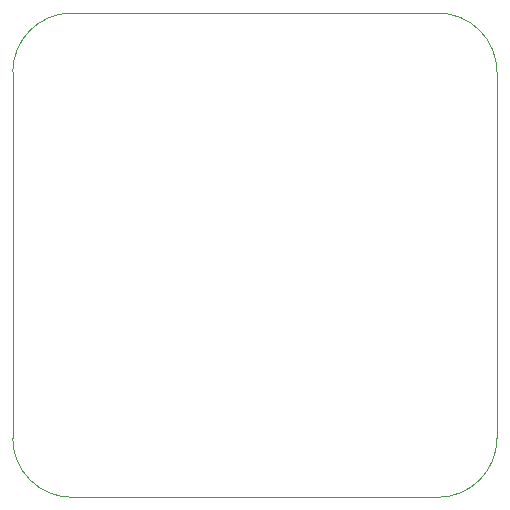
<source format=gbr>
%TF.GenerationSoftware,KiCad,Pcbnew,(6.0.5)*%
%TF.CreationDate,2022-06-02T01:51:08+02:00*%
%TF.ProjectId,Hardware,48617264-7761-4726-952e-6b696361645f,rev?*%
%TF.SameCoordinates,Original*%
%TF.FileFunction,Profile,NP*%
%FSLAX46Y46*%
G04 Gerber Fmt 4.6, Leading zero omitted, Abs format (unit mm)*
G04 Created by KiCad (PCBNEW (6.0.5)) date 2022-06-02 01:51:08*
%MOMM*%
%LPD*%
G01*
G04 APERTURE LIST*
%TA.AperFunction,Profile*%
%ADD10C,0.100000*%
%TD*%
G04 APERTURE END LIST*
D10*
X136000000Y-100000000D02*
G75*
G03*
X131000000Y-95000000I-5000000J0D01*
G01*
X95000000Y-131000000D02*
G75*
G03*
X100000000Y-136000000I5000000J0D01*
G01*
X131000000Y-136000000D02*
G75*
G03*
X136000000Y-131000000I0J5000000D01*
G01*
X100000000Y-95000000D02*
G75*
G03*
X95000000Y-100000000I0J-5000000D01*
G01*
X136000000Y-131000000D02*
X136000000Y-100000000D01*
X100000000Y-136000000D02*
X131000000Y-136000000D01*
X131000000Y-95000000D02*
X100000000Y-95000000D01*
X95000000Y-100000000D02*
X95000000Y-131000000D01*
M02*

</source>
